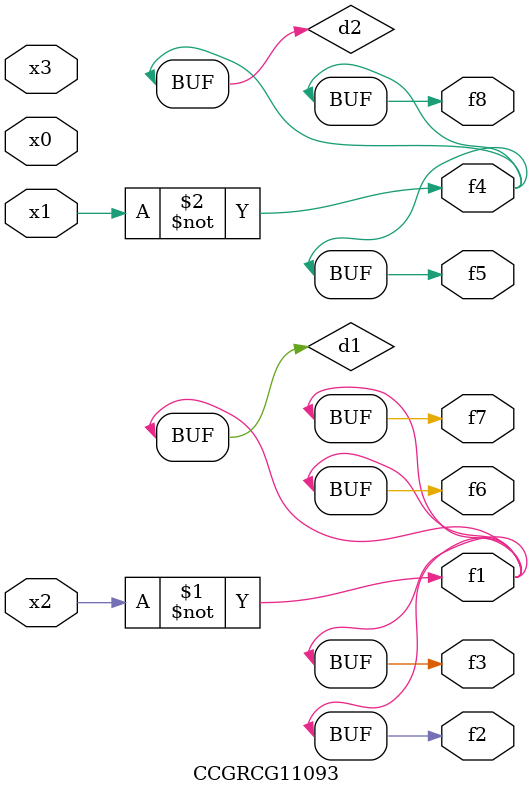
<source format=v>
module CCGRCG11093(
	input x0, x1, x2, x3,
	output f1, f2, f3, f4, f5, f6, f7, f8
);

	wire d1, d2;

	xnor (d1, x2);
	not (d2, x1);
	assign f1 = d1;
	assign f2 = d1;
	assign f3 = d1;
	assign f4 = d2;
	assign f5 = d2;
	assign f6 = d1;
	assign f7 = d1;
	assign f8 = d2;
endmodule

</source>
